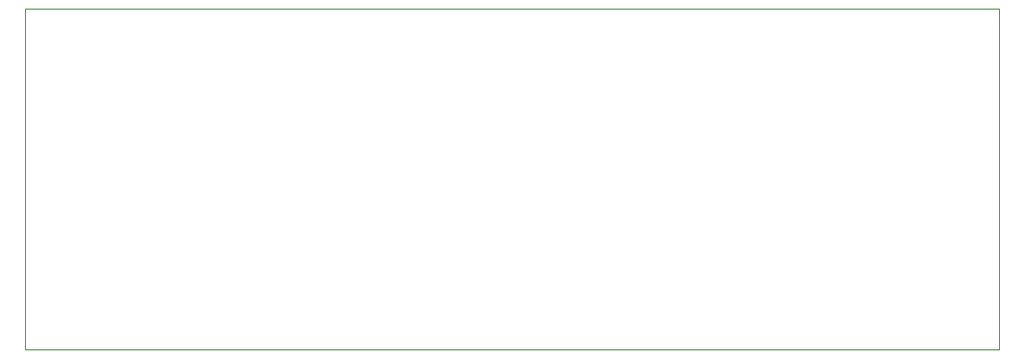
<source format=gbr>
%TF.GenerationSoftware,KiCad,Pcbnew,(6.0.10)*%
%TF.CreationDate,2023-02-02T13:34:45-07:00*%
%TF.ProjectId,Flight-Computer-Lite,466c6967-6874-42d4-936f-6d7075746572,rev?*%
%TF.SameCoordinates,Original*%
%TF.FileFunction,Profile,NP*%
%FSLAX46Y46*%
G04 Gerber Fmt 4.6, Leading zero omitted, Abs format (unit mm)*
G04 Created by KiCad (PCBNEW (6.0.10)) date 2023-02-02 13:34:45*
%MOMM*%
%LPD*%
G01*
G04 APERTURE LIST*
%TA.AperFunction,Profile*%
%ADD10C,0.100000*%
%TD*%
G04 APERTURE END LIST*
D10*
X236601000Y-110388400D02*
X150825200Y-110388400D01*
X150825200Y-80365600D02*
X236601000Y-80365600D01*
X150825200Y-110388400D02*
X150825200Y-80365600D01*
X236601000Y-80365600D02*
X236601000Y-110388400D01*
M02*

</source>
